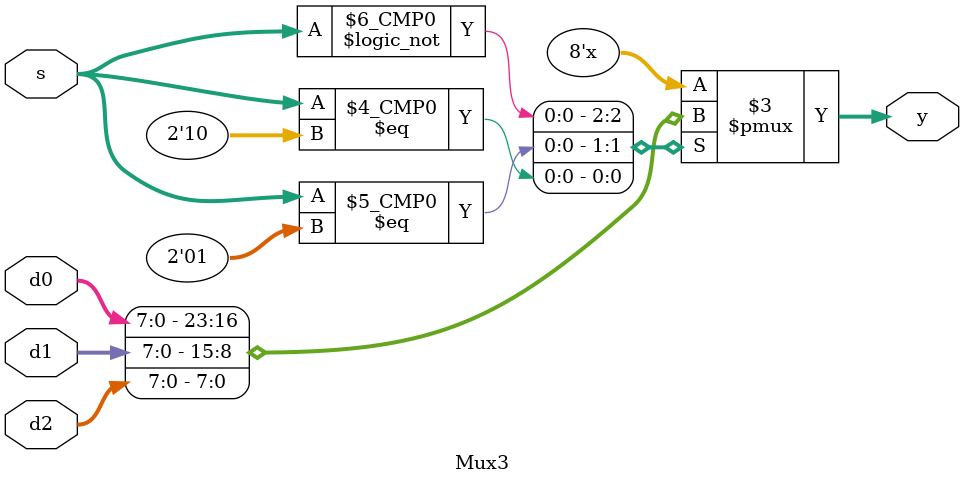
<source format=sv>
/**
 * 3入力セレクタ
 */
module Mux3
  #(parameter WIDTH = 8)
   (input logic [WIDTH - 1:0] d0, d1, d2, // 入力信号0,1,2
    input logic [1:0]          s, // 選択信号。sの値の信号が選択されます。
    output logic [WIDTH - 1:0] y); // 出力信号

   always_comb
     case (s)
       2'b00: y = d0;
       2'b01: y = d1;
       2'b10: y = d2;
       default: y = 32'bxxxxxxxx_xxxxxxxx_xxxxxxxx_xxxxxxxx;
     endcase // case (s)
   
endmodule // Mux3

</source>
